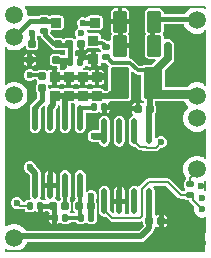
<source format=gbl>
G04*
G04 #@! TF.GenerationSoftware,Altium Limited,Altium Designer,22.11.1 (43)*
G04*
G04 Layer_Physical_Order=4*
G04 Layer_Color=9720587*
%FSLAX25Y25*%
%MOIN*%
G70*
G04*
G04 #@! TF.SameCoordinates,BE45EAF1-AF9D-435E-8917-725B5D5BE170*
G04*
G04*
G04 #@! TF.FilePolarity,Positive*
G04*
G01*
G75*
%ADD12C,0.00787*%
%ADD15C,0.01968*%
%ADD16C,0.01575*%
%ADD19C,0.01181*%
G04:AMPARAMS|DCode=27|XSize=35.83mil|YSize=33.47mil|CornerRadius=3.35mil|HoleSize=0mil|Usage=FLASHONLY|Rotation=0.000|XOffset=0mil|YOffset=0mil|HoleType=Round|Shape=RoundedRectangle|*
%AMROUNDEDRECTD27*
21,1,0.03583,0.02677,0,0,0.0*
21,1,0.02913,0.03347,0,0,0.0*
1,1,0.00669,0.01457,-0.01339*
1,1,0.00669,-0.01457,-0.01339*
1,1,0.00669,-0.01457,0.01339*
1,1,0.00669,0.01457,0.01339*
%
%ADD27ROUNDEDRECTD27*%
G04:AMPARAMS|DCode=29|XSize=70.87mil|YSize=45.28mil|CornerRadius=4.53mil|HoleSize=0mil|Usage=FLASHONLY|Rotation=90.000|XOffset=0mil|YOffset=0mil|HoleType=Round|Shape=RoundedRectangle|*
%AMROUNDEDRECTD29*
21,1,0.07087,0.03622,0,0,90.0*
21,1,0.06181,0.04528,0,0,90.0*
1,1,0.00906,0.01811,0.03091*
1,1,0.00906,0.01811,-0.03091*
1,1,0.00906,-0.01811,-0.03091*
1,1,0.00906,-0.01811,0.03091*
%
%ADD29ROUNDEDRECTD29*%
G04:AMPARAMS|DCode=32|XSize=23.62mil|YSize=23.62mil|CornerRadius=2.36mil|HoleSize=0mil|Usage=FLASHONLY|Rotation=90.000|XOffset=0mil|YOffset=0mil|HoleType=Round|Shape=RoundedRectangle|*
%AMROUNDEDRECTD32*
21,1,0.02362,0.01890,0,0,90.0*
21,1,0.01890,0.02362,0,0,90.0*
1,1,0.00472,0.00945,0.00945*
1,1,0.00472,0.00945,-0.00945*
1,1,0.00472,-0.00945,-0.00945*
1,1,0.00472,-0.00945,0.00945*
%
%ADD32ROUNDEDRECTD32*%
G04:AMPARAMS|DCode=33|XSize=19.68mil|YSize=23.62mil|CornerRadius=1.97mil|HoleSize=0mil|Usage=FLASHONLY|Rotation=0.000|XOffset=0mil|YOffset=0mil|HoleType=Round|Shape=RoundedRectangle|*
%AMROUNDEDRECTD33*
21,1,0.01968,0.01968,0,0,0.0*
21,1,0.01575,0.02362,0,0,0.0*
1,1,0.00394,0.00787,-0.00984*
1,1,0.00394,-0.00787,-0.00984*
1,1,0.00394,-0.00787,0.00984*
1,1,0.00394,0.00787,0.00984*
%
%ADD33ROUNDEDRECTD33*%
G04:AMPARAMS|DCode=34|XSize=19.68mil|YSize=23.62mil|CornerRadius=1.97mil|HoleSize=0mil|Usage=FLASHONLY|Rotation=270.000|XOffset=0mil|YOffset=0mil|HoleType=Round|Shape=RoundedRectangle|*
%AMROUNDEDRECTD34*
21,1,0.01968,0.01968,0,0,270.0*
21,1,0.01575,0.02362,0,0,270.0*
1,1,0.00394,-0.00984,-0.00787*
1,1,0.00394,-0.00984,0.00787*
1,1,0.00394,0.00984,0.00787*
1,1,0.00394,0.00984,-0.00787*
%
%ADD34ROUNDEDRECTD34*%
%ADD52O,0.00787X0.05906*%
%ADD53O,0.00787X0.03937*%
%ADD54O,0.00787X0.40158*%
%ADD55O,0.66929X0.00787*%
%ADD56O,0.00787X0.18898*%
%ADD57O,0.00787X0.10236*%
%ADD58O,0.00787X0.12992*%
%ADD59O,0.60630X0.00787*%
%ADD60O,0.00787X0.01181*%
%ADD61C,0.02362*%
%ADD62C,0.03150*%
%ADD64C,0.02756*%
%ADD65C,0.02362*%
%ADD66C,0.05906*%
G04:AMPARAMS|DCode=67|XSize=106.3mil|YSize=62.99mil|CornerRadius=6.3mil|HoleSize=0mil|Usage=FLASHONLY|Rotation=90.000|XOffset=0mil|YOffset=0mil|HoleType=Round|Shape=RoundedRectangle|*
%AMROUNDEDRECTD67*
21,1,0.10630,0.05039,0,0,90.0*
21,1,0.09370,0.06299,0,0,90.0*
1,1,0.01260,0.02520,0.04685*
1,1,0.01260,0.02520,-0.04685*
1,1,0.01260,-0.02520,-0.04685*
1,1,0.01260,-0.02520,0.04685*
%
%ADD67ROUNDEDRECTD67*%
G04:AMPARAMS|DCode=68|XSize=33.47mil|YSize=33.47mil|CornerRadius=3.35mil|HoleSize=0mil|Usage=FLASHONLY|Rotation=270.000|XOffset=0mil|YOffset=0mil|HoleType=Round|Shape=RoundedRectangle|*
%AMROUNDEDRECTD68*
21,1,0.03347,0.02677,0,0,270.0*
21,1,0.02677,0.03347,0,0,270.0*
1,1,0.00669,-0.01339,-0.01339*
1,1,0.00669,-0.01339,0.01339*
1,1,0.00669,0.01339,0.01339*
1,1,0.00669,0.01339,-0.01339*
%
%ADD68ROUNDEDRECTD68*%
G04:AMPARAMS|DCode=69|XSize=23.62mil|YSize=23.62mil|CornerRadius=2.36mil|HoleSize=0mil|Usage=FLASHONLY|Rotation=180.000|XOffset=0mil|YOffset=0mil|HoleType=Round|Shape=RoundedRectangle|*
%AMROUNDEDRECTD69*
21,1,0.02362,0.01890,0,0,180.0*
21,1,0.01890,0.02362,0,0,180.0*
1,1,0.00472,-0.00945,0.00945*
1,1,0.00472,0.00945,0.00945*
1,1,0.00472,0.00945,-0.00945*
1,1,0.00472,-0.00945,-0.00945*
%
%ADD69ROUNDEDRECTD69*%
%ADD70O,0.01968X0.08661*%
G04:AMPARAMS|DCode=71|XSize=122.05mil|YSize=94.49mil|CornerRadius=9.45mil|HoleSize=0mil|Usage=FLASHONLY|Rotation=180.000|XOffset=0mil|YOffset=0mil|HoleType=Round|Shape=RoundedRectangle|*
%AMROUNDEDRECTD71*
21,1,0.12205,0.07559,0,0,180.0*
21,1,0.10315,0.09449,0,0,180.0*
1,1,0.01890,-0.05158,0.03780*
1,1,0.01890,0.05158,0.03780*
1,1,0.01890,0.05158,-0.03780*
1,1,0.01890,-0.05158,-0.03780*
%
%ADD71ROUNDEDRECTD71*%
G04:AMPARAMS|DCode=72|XSize=118.11mil|YSize=104.33mil|CornerRadius=10.43mil|HoleSize=0mil|Usage=FLASHONLY|Rotation=0.000|XOffset=0mil|YOffset=0mil|HoleType=Round|Shape=RoundedRectangle|*
%AMROUNDEDRECTD72*
21,1,0.11811,0.08346,0,0,0.0*
21,1,0.09724,0.10433,0,0,0.0*
1,1,0.02087,0.04862,-0.04173*
1,1,0.02087,-0.04862,-0.04173*
1,1,0.02087,-0.04862,0.04173*
1,1,0.02087,0.04862,0.04173*
%
%ADD72ROUNDEDRECTD72*%
G36*
X62081Y81299D02*
X61196Y80788D01*
X60353Y79945D01*
X59903Y79165D01*
X52851D01*
Y79862D01*
X52755Y80346D01*
X52481Y80756D01*
X52070Y81030D01*
X51586Y81127D01*
X47964D01*
X47480Y81030D01*
X47070Y80756D01*
X46796Y80346D01*
X46700Y79862D01*
Y73681D01*
X46796Y73197D01*
X47052Y72756D01*
X46796Y72315D01*
X46700Y71831D01*
Y65650D01*
X46796Y65166D01*
X47070Y64755D01*
X47480Y64481D01*
X47964Y64385D01*
X50131D01*
X50357Y63840D01*
X49423Y62906D01*
X49105Y62429D01*
X46693D01*
X46140Y62319D01*
X45671Y62006D01*
X45612Y61918D01*
X44793D01*
X42726Y63986D01*
X42270Y64290D01*
X41732Y64397D01*
X41509D01*
X41218Y64988D01*
X41337Y65166D01*
X41434Y65650D01*
Y67953D01*
X38358D01*
Y69528D01*
X41434D01*
Y71831D01*
X41337Y72315D01*
X41081Y72756D01*
X41337Y73197D01*
X41434Y73681D01*
Y75984D01*
X38358D01*
X35283D01*
Y73681D01*
X35379Y73197D01*
X35635Y72756D01*
X35379Y72315D01*
X35283Y71831D01*
Y70637D01*
X34738Y70164D01*
X33860D01*
X33465Y70560D01*
X33009Y70865D01*
X32471Y70972D01*
X31930D01*
Y71779D01*
X31843Y72217D01*
X31595Y72588D01*
X31224Y72836D01*
X30786Y72923D01*
X28109D01*
X27939Y72889D01*
X27403Y73186D01*
X27311Y73306D01*
X27186Y73608D01*
X27515Y74175D01*
X27649Y74230D01*
X28020Y73982D01*
X28458Y73895D01*
X31372D01*
X31809Y73982D01*
X32181Y74230D01*
X32429Y74602D01*
X32516Y75039D01*
Y77716D01*
X32429Y78154D01*
X32181Y78526D01*
X31809Y78773D01*
X31372Y78861D01*
X28458D01*
X28020Y78773D01*
X27649Y78526D01*
X27543Y78367D01*
X27357Y78150D01*
X26786Y78090D01*
X26446Y78231D01*
X25663D01*
X24939Y77931D01*
X24386Y77378D01*
X24086Y76654D01*
Y75871D01*
X24373Y75177D01*
X24419Y75006D01*
X24322Y74517D01*
X24265Y74493D01*
X23711Y73940D01*
X23411Y73216D01*
Y72433D01*
X23711Y71709D01*
X23609Y70976D01*
X23606Y70974D01*
X23035D01*
X22696Y71201D01*
X22297Y71280D01*
X20407D01*
X20008Y71201D01*
X19669Y70974D01*
X19399D01*
X19061Y71201D01*
X18661Y71280D01*
X17377D01*
X17323Y71291D01*
X17323Y71291D01*
X16618D01*
X14985Y72924D01*
Y73389D01*
X15298Y73778D01*
X15466Y73895D01*
X18379D01*
X18817Y73982D01*
X19188Y74230D01*
X19436Y74602D01*
X19523Y75039D01*
Y77716D01*
X19436Y78154D01*
X19188Y78526D01*
X18817Y78773D01*
X18379Y78861D01*
X15466D01*
X15028Y78773D01*
X14680Y78729D01*
X14354Y78946D01*
X13970Y79023D01*
X12002D01*
X11618Y78946D01*
X11292Y78729D01*
X11233Y78640D01*
X8334D01*
X8071Y78588D01*
X7480Y79014D01*
Y79533D01*
X7172Y80685D01*
X6817Y81299D01*
X7158Y81890D01*
X61923D01*
X62081Y81299D01*
D02*
G37*
G36*
X11618Y71974D02*
X11839Y71930D01*
X11896Y71644D01*
X12244Y71123D01*
X14818Y68550D01*
X15339Y68202D01*
X15774Y68115D01*
X15807Y67947D01*
X16034Y67608D01*
X16372Y67382D01*
X16772Y67303D01*
X18661D01*
X18969Y67364D01*
X20068D01*
Y65648D01*
X18664D01*
X18612Y65725D01*
X18273Y65952D01*
X17874Y66031D01*
X15984D01*
X15585Y65952D01*
X15246Y65725D01*
X15020Y65387D01*
X14941Y64987D01*
Y63098D01*
X15020Y62698D01*
X15246Y62360D01*
X15585Y62134D01*
X15984Y62054D01*
X17017D01*
X17072Y62043D01*
X17415D01*
Y61386D01*
X17505Y61170D01*
X17323Y60897D01*
Y58196D01*
Y55714D01*
X17874D01*
X18312Y55801D01*
X18683Y56049D01*
X19099D01*
X19470Y55801D01*
X19908Y55714D01*
X20459D01*
Y58196D01*
X22034D01*
Y55714D01*
X22585D01*
X23023Y55801D01*
X23394Y56049D01*
X23790D01*
X24161Y55801D01*
X24599Y55714D01*
X25150D01*
Y58196D01*
X26725D01*
Y55714D01*
X27276D01*
X27714Y55801D01*
X28085Y56049D01*
X28481D01*
X28852Y55801D01*
X29290Y55714D01*
X29841D01*
Y58196D01*
Y60679D01*
X29290D01*
X28852Y60592D01*
X28698Y60489D01*
X28283Y60391D01*
X27868Y60489D01*
X27714Y60592D01*
X27276Y60679D01*
X25884D01*
X25879Y61268D01*
X26263Y61344D01*
X26589Y61561D01*
X26760Y61818D01*
X26938Y61901D01*
X26989Y61916D01*
X27428Y61987D01*
X27671Y61825D01*
X28109Y61737D01*
X28660D01*
Y64220D01*
Y66703D01*
X28109D01*
X27671Y66615D01*
X27300Y66368D01*
X27052Y65996D01*
X26965Y65559D01*
Y65368D01*
X26375Y65092D01*
X26263Y65167D01*
X25879Y65243D01*
Y63255D01*
X24305D01*
Y65243D01*
X23921Y65167D01*
X23870Y65133D01*
X23279Y65448D01*
Y67116D01*
X23870Y67432D01*
X23945Y67382D01*
X24344Y67303D01*
X24501D01*
Y69291D01*
X26076D01*
Y67303D01*
X26234D01*
X26633Y67382D01*
X26972Y67608D01*
X27061Y67742D01*
X27555Y67987D01*
X27814Y68017D01*
X28109Y67958D01*
X30786D01*
X31175Y68035D01*
X31256Y68027D01*
X31766Y67729D01*
Y67586D01*
X31842Y67202D01*
X32015Y66943D01*
X31934Y66717D01*
X31390Y66505D01*
X31224Y66615D01*
X30786Y66703D01*
X30235D01*
Y64220D01*
Y61737D01*
X30786D01*
X31224Y61825D01*
X31595Y62072D01*
X31843Y62444D01*
X31900Y62730D01*
X32130Y62913D01*
X32278Y63003D01*
X32521Y63089D01*
X32769Y63039D01*
X33680D01*
X34653Y62066D01*
X34648Y62006D01*
X34334Y61537D01*
X34224Y60984D01*
Y54017D01*
X33990Y53782D01*
X33004D01*
X32776Y54123D01*
X32405Y54371D01*
X31967Y54458D01*
X29290D01*
X28852Y54371D01*
X28698Y54268D01*
X28283Y54170D01*
X27868Y54268D01*
X27714Y54371D01*
X27276Y54458D01*
X24599D01*
X24161Y54371D01*
X24007Y54268D01*
X23592Y54170D01*
X23177Y54268D01*
X23023Y54371D01*
X22585Y54458D01*
X19908D01*
X19470Y54371D01*
X19302Y54259D01*
X18891Y54169D01*
X18479Y54259D01*
X18312Y54371D01*
X17874Y54458D01*
X15197D01*
X14981Y54415D01*
X14390Y54781D01*
Y55337D01*
X14483Y55454D01*
X14925Y55754D01*
X14964Y55760D01*
X15197Y55714D01*
X15748D01*
Y58196D01*
Y60679D01*
X15197D01*
X14759Y60592D01*
X14669Y60532D01*
X14084Y60344D01*
X13746Y60571D01*
X13346Y60650D01*
X11457D01*
X11057Y60571D01*
X10719Y60344D01*
X10666Y60266D01*
X9647D01*
X9383Y60530D01*
X8659Y60830D01*
X7876D01*
X7153Y60530D01*
X6599Y59976D01*
X6299Y59253D01*
Y58469D01*
X6599Y57746D01*
X7153Y57192D01*
X7876Y56893D01*
X8659D01*
X9383Y57192D01*
X9647Y57456D01*
X10465D01*
X10492Y57317D01*
X10719Y56978D01*
Y56407D01*
X10492Y56069D01*
X10413Y55669D01*
Y53780D01*
X10492Y53380D01*
X10599Y53220D01*
Y51118D01*
X9134Y49653D01*
X9072Y49560D01*
X8795Y49375D01*
X8404Y48789D01*
X8266Y48098D01*
Y41405D01*
X8404Y40714D01*
X8795Y40128D01*
X9381Y39736D01*
X10072Y39599D01*
X10764Y39736D01*
X11350Y40128D01*
X11741Y40714D01*
X11879Y41405D01*
Y47856D01*
X12799Y48777D01*
X13343Y48486D01*
X13266Y48098D01*
Y41405D01*
X13404Y40714D01*
X13795Y40128D01*
X14381Y39736D01*
X15072Y39599D01*
X15764Y39736D01*
X16350Y40128D01*
X16741Y40714D01*
X16879Y41405D01*
Y44751D01*
X16879Y44751D01*
Y47350D01*
X17117Y47588D01*
X17509Y48174D01*
X17647Y48866D01*
Y48916D01*
X17675Y48930D01*
X18266Y48556D01*
Y48098D01*
X18266Y48098D01*
Y41405D01*
X18404Y40714D01*
X18795Y40128D01*
X19381Y39736D01*
X20072Y39599D01*
X20764Y39736D01*
X21350Y40128D01*
X21741Y40714D01*
X21879Y41405D01*
Y46326D01*
X21879Y46326D01*
Y49493D01*
X22585D01*
X23023Y49580D01*
X23394Y49410D01*
X23544Y48999D01*
X23404Y48789D01*
X23266Y48098D01*
Y41405D01*
X23404Y40714D01*
X23795Y40128D01*
X24381Y39736D01*
X25072Y39599D01*
X25764Y39736D01*
X26350Y40128D01*
X26741Y40714D01*
X26879Y41405D01*
Y46445D01*
X28065D01*
X28375Y46238D01*
X28759Y46162D01*
X30334D01*
X30718Y46238D01*
X31043Y46456D01*
X31593D01*
X31918Y46238D01*
X32302Y46162D01*
Y48150D01*
X33090D01*
Y48937D01*
X34880D01*
Y49134D01*
X34804Y49518D01*
X34763Y49579D01*
X35079Y50169D01*
X35525D01*
X35597Y50183D01*
X35669Y50169D01*
X40709D01*
X41262Y50279D01*
X41730Y50592D01*
X42044Y51061D01*
X42154Y51614D01*
Y59812D01*
X42699Y60038D01*
X43218Y59520D01*
X43673Y59215D01*
X44211Y59109D01*
X45248D01*
Y51614D01*
X45358Y51061D01*
X45671Y50592D01*
X46140Y50279D01*
X46291Y50249D01*
X46332Y49679D01*
X45820Y49459D01*
X45629Y49586D01*
X45230Y49666D01*
X45072D01*
Y47677D01*
X44285D01*
Y46890D01*
X42296D01*
Y46732D01*
X42376Y46333D01*
X42602Y45994D01*
X42706Y45925D01*
X42581Y45298D01*
X42447Y45271D01*
X41861Y44880D01*
X41470Y44294D01*
X41332Y43602D01*
Y36909D01*
X41470Y36218D01*
X41861Y35632D01*
X42447Y35241D01*
X43139Y35103D01*
X43225Y35120D01*
X44256Y34089D01*
X44646Y33828D01*
X45107Y33737D01*
X45107Y33737D01*
X46624D01*
X46781Y33632D01*
X47242Y33540D01*
X47242Y33540D01*
X50268D01*
X50268Y33540D01*
X50729Y33632D01*
X51120Y33893D01*
X51759Y34532D01*
X52416D01*
X53139Y34831D01*
X53693Y35385D01*
X53993Y36109D01*
Y36892D01*
X53693Y37615D01*
X53139Y38169D01*
X52416Y38469D01*
X51633D01*
X50909Y38169D01*
X50536Y37795D01*
X49945Y38040D01*
Y40322D01*
X49945Y40322D01*
Y43472D01*
Y46054D01*
X50131Y46333D01*
X50211Y46732D01*
Y48622D01*
X50131Y49021D01*
X50028Y49175D01*
Y50169D01*
X50694D01*
X50787Y50151D01*
X59798D01*
X60353Y49189D01*
X60913Y48629D01*
X61132Y48228D01*
X60913Y47827D01*
X60353Y47268D01*
X59757Y46236D01*
X59449Y45084D01*
Y43892D01*
X59757Y42741D01*
X60353Y41708D01*
X61196Y40865D01*
X62229Y40269D01*
X63380Y39961D01*
X64572D01*
X65724Y40269D01*
X66255Y40576D01*
X66845Y40235D01*
X66828Y31822D01*
X66237Y31482D01*
X65724Y31778D01*
X64572Y32087D01*
X63380D01*
X62229Y31778D01*
X61196Y31182D01*
X60353Y30339D01*
X59757Y29307D01*
X59449Y28155D01*
Y26963D01*
X59757Y25811D01*
X60353Y24779D01*
X60361Y24771D01*
X60368Y24567D01*
X60281Y24106D01*
X60056Y23956D01*
X59838Y23630D01*
X59762Y23246D01*
Y21671D01*
X59838Y21287D01*
X60056Y20962D01*
Y20629D01*
X59688Y20229D01*
X59042Y20220D01*
X55140Y24122D01*
X54749Y24383D01*
X54288Y24475D01*
X54288Y24475D01*
X47849D01*
X47849Y24475D01*
X47388Y24383D01*
X46997Y24122D01*
X46997Y24122D01*
X44767Y21892D01*
X43996Y21735D01*
X43830Y21846D01*
X43139Y21983D01*
X42447Y21846D01*
X41861Y21454D01*
X41470Y20868D01*
X41332Y20177D01*
Y13484D01*
X41408Y13102D01*
X41002Y12511D01*
X40275D01*
X39869Y13102D01*
X39945Y13484D01*
Y16043D01*
X36332D01*
Y13484D01*
X36399Y13148D01*
X35855Y12857D01*
X34945Y13767D01*
Y20177D01*
X34808Y20868D01*
X34416Y21454D01*
X33830Y21846D01*
X33139Y21983D01*
X32447Y21846D01*
X31861Y21454D01*
X31470Y20868D01*
X31332Y20177D01*
Y13484D01*
X31470Y12793D01*
X31861Y12207D01*
X32447Y11815D01*
X33139Y11678D01*
X33547Y11759D01*
X34850Y10456D01*
X34850Y10455D01*
X35241Y10194D01*
X35702Y10103D01*
X44911D01*
X44911Y10103D01*
X45372Y10194D01*
X45544Y10310D01*
X46135Y10031D01*
Y9291D01*
X46214Y8892D01*
X46221Y8882D01*
Y8618D01*
X44527Y6925D01*
X6910D01*
X6576Y7504D01*
X5733Y8347D01*
X4700Y8943D01*
X3549Y9252D01*
X2357D01*
X1205Y8943D01*
X591Y8589D01*
X0Y8929D01*
Y47960D01*
X591Y48301D01*
X1205Y47946D01*
X2357Y47638D01*
X3549D01*
X4700Y47946D01*
X5733Y48542D01*
X6576Y49385D01*
X7172Y50418D01*
X7480Y51569D01*
Y52761D01*
X7172Y53913D01*
X6576Y54945D01*
X5733Y55788D01*
X4700Y56384D01*
X3549Y56693D01*
X2357D01*
X1205Y56384D01*
X591Y56029D01*
X0Y56371D01*
Y67448D01*
X591Y67789D01*
X1205Y67435D01*
X2357Y67126D01*
X3549D01*
X4700Y67435D01*
X5733Y68031D01*
X6476Y68774D01*
X7067Y68633D01*
Y68347D01*
X7146Y67947D01*
X7372Y67608D01*
X7711Y67382D01*
X8110Y67303D01*
X10000D01*
X10399Y67382D01*
X10738Y67608D01*
X10964Y67947D01*
X11044Y68347D01*
Y70236D01*
X10964Y70636D01*
X10738Y70974D01*
X10661Y71026D01*
Y71842D01*
X10702Y71883D01*
X10735Y71962D01*
X10902Y72031D01*
X11430Y72099D01*
X11618Y71974D01*
D02*
G37*
G36*
X59757Y75418D02*
X60353Y74385D01*
X61196Y73542D01*
X62229Y72946D01*
X63380Y72638D01*
X64572D01*
X65724Y72946D01*
X66321Y73291D01*
X66911Y72950D01*
X66877Y56203D01*
X66286Y55863D01*
X65724Y56187D01*
X64572Y56496D01*
X63380D01*
X62229Y56187D01*
X61196Y55591D01*
X60572Y54967D01*
X53177D01*
Y59655D01*
X53192Y59729D01*
Y60430D01*
X55766Y63004D01*
X56244Y63720D01*
X56412Y64565D01*
Y68777D01*
X56244Y69622D01*
X55766Y70338D01*
X55049Y70816D01*
X54205Y70985D01*
X53442Y70833D01*
X53061Y70976D01*
X52851Y71088D01*
Y71831D01*
X52755Y72315D01*
X52499Y72756D01*
X52755Y73197D01*
X52851Y73681D01*
Y75953D01*
X59614D01*
X59757Y75418D01*
D02*
G37*
G36*
X57792Y18064D02*
X57792Y18064D01*
X58183Y17803D01*
X58644Y17711D01*
X58644Y17711D01*
X59860D01*
X60056Y17418D01*
X60381Y17201D01*
X60765Y17124D01*
X61384D01*
X61424Y16923D01*
X61686Y16533D01*
X63138Y15080D01*
X62992Y14536D01*
Y13810D01*
X63180Y13110D01*
X63543Y12481D01*
X64056Y11968D01*
X64684Y11605D01*
X65385Y11417D01*
X66111D01*
X66319Y11473D01*
X66787Y11113D01*
X66764Y-0D01*
X5006Y0D01*
X4848Y591D01*
X5733Y1101D01*
X6576Y1944D01*
X7172Y2977D01*
X7261Y3312D01*
X45276D01*
X45967Y3449D01*
X46553Y3841D01*
X49305Y6593D01*
X49696Y7179D01*
X49834Y7870D01*
Y8304D01*
X50192Y8468D01*
X50424Y8522D01*
X50716Y8327D01*
X51116Y8248D01*
X51273D01*
Y10236D01*
Y12225D01*
X51116D01*
X50716Y12145D01*
X50520Y12015D01*
X50034Y12193D01*
X49930Y12276D01*
Y13409D01*
X49945Y13484D01*
Y13550D01*
X49945Y13550D01*
Y17181D01*
X49945Y17181D01*
Y20177D01*
X49808Y20868D01*
X49416Y21454D01*
X49384Y21476D01*
X49563Y22067D01*
X53789D01*
X57792Y18064D01*
D02*
G37*
%LPC*%
G36*
X40169Y81127D02*
X39145D01*
Y77559D01*
X41434D01*
Y79862D01*
X41337Y80346D01*
X41063Y80756D01*
X40653Y81030D01*
X40169Y81127D01*
D02*
G37*
G36*
X37571D02*
X36547D01*
X36063Y81030D01*
X35653Y80756D01*
X35379Y80346D01*
X35283Y79862D01*
Y77559D01*
X37571D01*
Y81127D01*
D02*
G37*
G36*
X9213Y66031D02*
X9055D01*
Y64830D01*
X10256D01*
Y64987D01*
X10177Y65387D01*
X9950Y65725D01*
X9612Y65952D01*
X9213Y66031D01*
D02*
G37*
G36*
X7480D02*
X7323D01*
X6923Y65952D01*
X6585Y65725D01*
X6359Y65387D01*
X6279Y64987D01*
Y64830D01*
X7480D01*
Y66031D01*
D02*
G37*
G36*
X10256Y63255D02*
X9055D01*
Y62054D01*
X9213D01*
X9612Y62134D01*
X9950Y62360D01*
X10177Y62698D01*
X10256Y63098D01*
Y63255D01*
D02*
G37*
G36*
X7480D02*
X6279D01*
Y63098D01*
X6359Y62698D01*
X6585Y62360D01*
X6923Y62134D01*
X7323Y62054D01*
X7480D01*
Y63255D01*
D02*
G37*
G36*
X31967Y60679D02*
X31416D01*
Y58984D01*
X33111D01*
Y59535D01*
X33024Y59973D01*
X32776Y60344D01*
X32405Y60592D01*
X31967Y60679D01*
D02*
G37*
G36*
X33111Y57409D02*
X31416D01*
Y55714D01*
X31967D01*
X32405Y55801D01*
X32776Y56049D01*
X33024Y56420D01*
X33111Y56858D01*
Y57409D01*
D02*
G37*
G36*
X43498Y49666D02*
X43340D01*
X42941Y49586D01*
X42602Y49360D01*
X42376Y49021D01*
X42296Y48622D01*
Y48465D01*
X43498D01*
Y49666D01*
D02*
G37*
G36*
X34880Y47362D02*
X33877D01*
Y46162D01*
X34261Y46238D01*
X34587Y46456D01*
X34804Y46781D01*
X34880Y47165D01*
Y47362D01*
D02*
G37*
G36*
X38139Y45409D02*
X37447Y45271D01*
X36861Y44880D01*
X36470Y44294D01*
X36332Y43602D01*
Y36909D01*
X36470Y36218D01*
X36861Y35632D01*
X37447Y35241D01*
X38139Y35103D01*
X38830Y35241D01*
X39416Y35632D01*
X39808Y36218D01*
X39945Y36909D01*
Y43602D01*
X39808Y44294D01*
X39416Y44880D01*
X38830Y45271D01*
X38139Y45409D01*
D02*
G37*
G36*
X33139D02*
X32447Y45271D01*
X31861Y44880D01*
X31470Y44294D01*
X31332Y43602D01*
Y40567D01*
X29527D01*
X29333Y40528D01*
X29135D01*
X28953Y40452D01*
X28759Y40414D01*
X28594Y40304D01*
X28412Y40228D01*
X28272Y40089D01*
X28107Y39979D01*
X27998Y39814D01*
X27858Y39675D01*
X27782Y39492D01*
X27672Y39328D01*
X27634Y39134D01*
X27558Y38951D01*
Y38754D01*
X27520Y38560D01*
X27558Y38366D01*
Y38168D01*
X27634Y37985D01*
X27672Y37791D01*
X27782Y37627D01*
X27858Y37444D01*
X27998Y37305D01*
X28107Y37140D01*
X28272Y37031D01*
X28412Y36891D01*
X28594Y36815D01*
X28759Y36705D01*
X28953Y36667D01*
X29135Y36591D01*
X29333D01*
X29527Y36553D01*
X31403D01*
X31470Y36218D01*
X31861Y35632D01*
X32447Y35241D01*
X33139Y35103D01*
X33830Y35241D01*
X34416Y35632D01*
X34808Y36218D01*
X34945Y36909D01*
Y43602D01*
X34808Y44294D01*
X34416Y44880D01*
X33830Y45271D01*
X33139Y45409D01*
D02*
G37*
G36*
X15860Y27065D02*
Y22901D01*
X16879D01*
Y25460D01*
X16741Y26151D01*
X16350Y26737D01*
X15860Y27065D01*
D02*
G37*
G36*
X14285D02*
X13795Y26737D01*
X13404Y26151D01*
X13266Y25460D01*
Y22901D01*
X14285D01*
Y27065D01*
D02*
G37*
G36*
X38926Y21782D02*
Y17618D01*
X39945D01*
Y20177D01*
X39808Y20868D01*
X39416Y21454D01*
X38926Y21782D01*
D02*
G37*
G36*
X37351D02*
X36861Y21454D01*
X36470Y20868D01*
X36332Y20177D01*
Y17618D01*
X37351D01*
Y21782D01*
D02*
G37*
G36*
X8659Y30120D02*
X7876D01*
X7153Y29820D01*
X6599Y29266D01*
X6299Y28543D01*
Y27760D01*
X6599Y27036D01*
X7153Y26482D01*
X7362Y26395D01*
X8266Y25492D01*
Y25460D01*
X8266Y25460D01*
Y18767D01*
X8404Y18076D01*
X8499Y17933D01*
X8184Y17342D01*
X7480D01*
X7096Y17266D01*
X6771Y17048D01*
X6553Y16723D01*
X6521Y16559D01*
X5906D01*
Y16723D01*
X5606Y17447D01*
X5052Y18000D01*
X4329Y18300D01*
X3545D01*
X2822Y18000D01*
X2268Y17447D01*
X1969Y16723D01*
Y15940D01*
X2268Y15217D01*
X2822Y14663D01*
X3545Y14363D01*
X4272D01*
X4453Y14242D01*
X4914Y14150D01*
X6521D01*
X6553Y13986D01*
X6771Y13660D01*
X7096Y13443D01*
X7480Y13367D01*
X9055D01*
X9439Y13443D01*
X9765Y13660D01*
X10314D01*
X10639Y13443D01*
X11023Y13367D01*
Y15354D01*
X12598D01*
Y13367D01*
X12982Y13443D01*
X13308Y13660D01*
X13517Y13973D01*
X13614Y13990D01*
X13997Y14005D01*
X14128Y13986D01*
X14338Y13671D01*
X14676Y13445D01*
X14905Y12798D01*
X14897Y12786D01*
X14820Y12402D01*
Y12205D01*
X16611D01*
Y11417D01*
X17399D01*
Y9430D01*
X17783Y9506D01*
X18108Y9724D01*
X18657D01*
X18983Y9506D01*
X19367Y9430D01*
X20942D01*
X21326Y9506D01*
X21652Y9724D01*
X21845Y10012D01*
X23540D01*
X23733Y9724D01*
X24058Y9506D01*
X24442Y9430D01*
X26017D01*
X26401Y9506D01*
X26727Y9724D01*
X27276D01*
X27602Y9506D01*
X27986Y9430D01*
X29561D01*
X29945Y9506D01*
X30270Y9724D01*
X30488Y10049D01*
X30564Y10433D01*
Y11340D01*
X30580Y11417D01*
Y15157D01*
X30565Y15231D01*
Y16299D01*
X30485Y16699D01*
X30471Y16720D01*
Y17539D01*
X30709Y18112D01*
Y18895D01*
X30409Y19619D01*
X29855Y20173D01*
X29132Y20472D01*
X28349D01*
X27625Y20173D01*
X27469Y20017D01*
X26879Y20262D01*
Y25460D01*
X26741Y26151D01*
X26350Y26737D01*
X25764Y27129D01*
X25072Y27266D01*
X24381Y27129D01*
X23795Y26737D01*
X23404Y26151D01*
X23266Y25460D01*
Y18767D01*
X23404Y18076D01*
X23515Y17909D01*
X23306Y17266D01*
X23295Y17264D01*
X22956Y17037D01*
X22730Y16699D01*
X22651Y16299D01*
Y14410D01*
X22730Y14010D01*
X22956Y13671D01*
X23295Y13445D01*
X23113Y12911D01*
X23063Y12822D01*
X22096D01*
X21670Y13340D01*
X21713Y13780D01*
X21867Y14010D01*
X21946Y14410D01*
Y16299D01*
X21867Y16699D01*
X21641Y17037D01*
X21520Y17118D01*
Y17745D01*
X21741Y18076D01*
X21879Y18767D01*
Y25460D01*
X21741Y26151D01*
X21350Y26737D01*
X20764Y27129D01*
X20072Y27266D01*
X19381Y27129D01*
X18795Y26737D01*
X18404Y26151D01*
X18266Y25460D01*
Y18767D01*
X18404Y18076D01*
X18552Y17853D01*
X18589Y17498D01*
X18115Y17037D01*
X17704D01*
X17365Y17264D01*
X16965Y17343D01*
X16962D01*
X16646Y17933D01*
X16741Y18076D01*
X16879Y18767D01*
Y21326D01*
X15072D01*
X13266D01*
Y18767D01*
X13404Y18076D01*
X13795Y17490D01*
X13893Y17424D01*
X13815Y17196D01*
X13705Y17164D01*
X13196Y17123D01*
X12982Y17266D01*
X12598Y17342D01*
X11961D01*
X11646Y17933D01*
X11741Y18076D01*
X11879Y18767D01*
Y22113D01*
X11879Y22114D01*
Y26240D01*
X11741Y26931D01*
X11350Y27517D01*
X10174Y28693D01*
X9937Y29266D01*
X9383Y29820D01*
X8659Y30120D01*
D02*
G37*
G36*
X15824Y10630D02*
X14820D01*
Y10433D01*
X14897Y10049D01*
X15114Y9724D01*
X15440Y9506D01*
X15824Y9430D01*
D01*
Y10630D01*
D02*
G37*
G36*
X53005Y12225D02*
X52848D01*
Y11024D01*
X54049D01*
Y11181D01*
X53970Y11581D01*
X53743Y11919D01*
X53405Y12145D01*
X53005Y12225D01*
D02*
G37*
G36*
X54049Y9449D02*
X52848D01*
Y8248D01*
X53005D01*
X53405Y8327D01*
X53743Y8553D01*
X53970Y8892D01*
X54049Y9291D01*
Y9449D01*
D02*
G37*
%LPD*%
D12*
X50268Y34744D02*
X52024Y36500D01*
X47242Y34744D02*
X50268D01*
X47045Y34941D02*
X47242Y34744D01*
X45107Y34941D02*
X47045D01*
X43139Y36909D02*
X45107Y34941D01*
X43139Y36909D02*
Y40256D01*
X47849Y23271D02*
X54288D01*
X45619Y12014D02*
Y21040D01*
X47849Y23271D01*
X62537Y17384D02*
X65748Y14173D01*
Y14173D02*
Y14173D01*
X62537Y17384D02*
Y18325D01*
X61946Y18915D02*
X62537Y18325D01*
X58644Y18915D02*
X61946D01*
X61750Y22459D02*
Y24624D01*
X63976Y26851D01*
Y27559D01*
X54288Y23271D02*
X58644Y18915D01*
X63699Y27282D02*
X63976Y27559D01*
X44911Y11307D02*
X45619Y12014D01*
X33139Y13870D02*
X35702Y11307D01*
X44911D01*
X33139Y13870D02*
Y16897D01*
X4914Y15354D02*
X8268D01*
X3937Y16332D02*
X4914Y15354D01*
X34214Y64567D02*
X34541Y64240D01*
X34139Y64567D02*
X34214D01*
X34541Y64165D02*
Y64240D01*
D15*
X48027Y10140D02*
X48124Y10236D01*
Y13535D02*
X48139Y13550D01*
Y16897D01*
Y17181D01*
X48124Y10236D02*
Y13535D01*
X28665Y16033D02*
Y18429D01*
X28740Y18504D01*
X48027Y7870D02*
Y10140D01*
X45276Y5118D02*
X48027Y7870D01*
X2953Y5118D02*
X45276D01*
X48222Y47677D02*
Y54131D01*
X15072Y48098D02*
X15840Y48866D01*
Y52369D01*
X15072Y44751D02*
Y48098D01*
X48139Y43472D02*
Y47594D01*
X48222Y54131D02*
Y55309D01*
X48139Y40322D02*
Y43472D01*
X48222Y55309D02*
X49213Y56299D01*
X28576Y15354D02*
X28773Y15157D01*
Y11417D02*
Y15157D01*
X10072Y22114D02*
Y26240D01*
X8268Y28045D02*
X10072Y26240D01*
X24994Y51976D02*
X35525D01*
X20820D02*
X25781D01*
X20466Y51621D02*
X20820Y51976D01*
X20072Y46326D02*
Y52015D01*
X15840Y51976D02*
X20820D01*
X8268Y28045D02*
Y28151D01*
X35131Y52369D02*
X35722Y52960D01*
D16*
X9055Y69291D02*
Y72976D01*
X9033Y72998D02*
X9055Y72976D01*
X13183Y73688D02*
X13379Y73491D01*
Y72259D02*
X15953Y69685D01*
X13379Y72259D02*
Y73491D01*
X12986Y73688D02*
X13183D01*
X15953Y69685D02*
X17323D01*
X17717Y69291D01*
X17072Y63649D02*
X19384D01*
X21504Y64043D02*
X21674Y63873D01*
X16929Y64043D02*
X21504D01*
X19384Y61778D02*
X19535Y61928D01*
Y63176D02*
X20007Y63649D01*
X19535Y61928D02*
Y63176D01*
X20007Y63649D02*
X21352D01*
X25938Y58196D02*
X30629D01*
X15840D02*
X21246D01*
X25938D01*
X15650Y58387D02*
X15731Y58306D01*
X21674Y63873D02*
Y68970D01*
X25190Y64436D02*
Y69193D01*
Y64436D02*
X25762Y65007D01*
X29448D01*
X51252Y77559D02*
X63976D01*
X49645Y75952D02*
X51252Y77559D01*
X48988Y76247D02*
X49645Y75590D01*
X18182Y68970D02*
X20886D01*
X29480Y76304D02*
X29521Y76346D01*
X26096Y76304D02*
X29480D01*
X26054Y76262D02*
X26096Y76304D01*
X8334Y77035D02*
X12986D01*
X2953Y71653D02*
X8334Y77035D01*
X12986D02*
X15919D01*
X16529Y76346D02*
Y76424D01*
X11811Y15354D02*
X16021D01*
X10269Y48518D02*
X12205Y50453D01*
Y54751D01*
X10072Y48204D02*
X10269Y48401D01*
Y48518D01*
X12148Y54808D02*
X12205Y54751D01*
X10072Y45145D02*
Y48204D01*
X12100Y54808D02*
X12148D01*
X16564Y11464D02*
X16611Y11417D01*
X15919Y77035D02*
X16529Y76424D01*
X16414Y11696D02*
Y14961D01*
Y11696D02*
X16566Y11544D01*
X16021Y15354D02*
X16414Y14961D01*
X48988Y69633D02*
Y76247D01*
X49645Y75590D02*
Y75952D01*
X38358Y68740D02*
Y76772D01*
X48988Y69633D02*
X49775Y68846D01*
D19*
X32471Y69567D02*
X33163Y68875D01*
X30321Y69567D02*
X32471D01*
X33163Y68767D02*
Y68875D01*
X29448Y70441D02*
X30321Y69567D01*
X33163Y68767D02*
X33557Y68374D01*
X33753D01*
X24639Y15354D02*
X25072Y15787D01*
Y22114D01*
X20115Y16299D02*
Y22693D01*
X8268Y58861D02*
X11879D01*
X12100Y59082D01*
X27095Y47850D02*
X27371D01*
X25072D02*
X27095D01*
X25072D02*
Y48190D01*
Y48278D01*
X24733Y47850D02*
X25072Y48190D01*
X24733Y47850D02*
X25072D01*
X27371D02*
X29290D01*
X46657Y60514D02*
X49213Y57957D01*
X41732Y62992D02*
X44211Y60514D01*
X46657D01*
X35714Y62992D02*
X41732D01*
X34541Y64165D02*
X35714Y62992D01*
X25000Y11918D02*
Y15354D01*
X20155Y11417D02*
X25230D01*
D27*
X29915Y76378D02*
D03*
X16923D02*
D03*
D29*
X49775Y76772D02*
D03*
X38358D02*
D03*
X49775Y68740D02*
D03*
X38358D02*
D03*
D32*
X12402Y54724D02*
D03*
Y58661D02*
D03*
X9055Y69291D02*
D03*
X17717D02*
D03*
X8268Y64043D02*
D03*
X16929D02*
D03*
D33*
X20155Y11417D02*
D03*
X16611D02*
D03*
X29546Y48150D02*
D03*
X33090D02*
D03*
X21549Y63255D02*
D03*
X25092D02*
D03*
X28773Y11417D02*
D03*
X25230D02*
D03*
X8268Y15354D02*
D03*
X11811D02*
D03*
D34*
X33753Y64830D02*
D03*
Y68374D02*
D03*
X12986Y77232D02*
D03*
Y73688D02*
D03*
X61750Y18915D02*
D03*
Y22459D02*
D03*
D52*
X66535Y9055D02*
D03*
D53*
Y22047D02*
D03*
D54*
X394Y28543D02*
D03*
D55*
X33465Y394D02*
D03*
D56*
X66535Y64764D02*
D03*
D57*
Y35827D02*
D03*
D58*
X394Y62008D02*
D03*
D59*
X36614Y81496D02*
D03*
D60*
X394Y591D02*
D03*
X66535Y81299D02*
D03*
D61*
X29527Y38560D02*
X32423D01*
X32446Y38583D01*
D62*
X50787Y52559D02*
X62640D01*
X63231Y51968D02*
X63976D01*
X62640Y52559D02*
X63231Y51968D01*
X48222Y54131D02*
X49215D01*
X47772D02*
X48222D01*
X49215D02*
X50787Y52559D01*
X49213Y54134D02*
X49215Y54131D01*
D64*
X50984Y61345D02*
X54205Y64565D01*
X50984Y59729D02*
Y61345D01*
X54205Y64565D02*
Y68777D01*
X49213Y54134D02*
Y56299D01*
Y57957D02*
X50984Y59729D01*
X49213Y56299D02*
Y57957D01*
D65*
X65748Y18110D02*
D03*
Y14173D02*
D03*
X65345Y22029D02*
D03*
X52024Y36500D02*
D03*
X51575Y18110D02*
D03*
X58368Y32605D02*
D03*
X58376Y23754D02*
D03*
X29527Y38560D02*
D03*
X35415Y48539D02*
D03*
X32666Y32967D02*
D03*
X5512Y36417D02*
D03*
X9449Y33465D02*
D03*
X29851Y61535D02*
D03*
X51091Y13780D02*
D03*
X38406Y8262D02*
D03*
X58933Y15109D02*
D03*
X8206Y8193D02*
D03*
X10925Y1828D02*
D03*
X20669D02*
D03*
X55726Y2749D02*
D03*
X59699Y7054D02*
D03*
X51419Y48964D02*
D03*
X56693Y37402D02*
D03*
X62598Y35433D02*
D03*
Y70866D02*
D03*
X58661Y64961D02*
D03*
X62598Y59055D02*
D03*
X54724Y72835D02*
D03*
X13118Y66649D02*
D03*
X4723Y64322D02*
D03*
X3543Y59055D02*
D03*
Y43307D02*
D03*
Y31496D02*
D03*
X5512Y25591D02*
D03*
X3543Y19685D02*
D03*
X9033Y72998D02*
D03*
X19384Y61778D02*
D03*
X26054Y76262D02*
D03*
X25380Y72825D02*
D03*
X10354Y12044D02*
D03*
X54205Y68777D02*
D03*
X38406Y1969D02*
D03*
X44882Y68110D02*
D03*
X3937Y16332D02*
D03*
X28740Y18504D02*
D03*
X33071Y58653D02*
D03*
X8268Y58861D02*
D03*
Y28151D02*
D03*
X43602Y57905D02*
D03*
X54724Y59055D02*
D03*
X55834Y10222D02*
D03*
X34343Y80425D02*
D03*
X22895Y8250D02*
D03*
X25197Y33465D02*
D03*
X22441Y75590D02*
D03*
X33922Y76362D02*
D03*
X29222Y1828D02*
D03*
X51844Y6538D02*
D03*
D66*
X2953Y71653D02*
D03*
Y4724D02*
D03*
Y52165D02*
D03*
X63976Y51968D02*
D03*
Y77165D02*
D03*
Y27559D02*
D03*
Y44488D02*
D03*
Y2953D02*
D03*
X2953Y78937D02*
D03*
D67*
X49213Y56299D02*
D03*
X38189D02*
D03*
D68*
X16535Y51976D02*
D03*
Y58196D02*
D03*
X30629Y51976D02*
D03*
Y58196D02*
D03*
X25938Y51976D02*
D03*
Y58196D02*
D03*
X21246Y51976D02*
D03*
Y58196D02*
D03*
X29448Y64220D02*
D03*
Y70441D02*
D03*
D69*
X19958Y15354D02*
D03*
X16021D02*
D03*
X24639D02*
D03*
X28576D02*
D03*
X21352Y69291D02*
D03*
X25289D02*
D03*
X44285Y47677D02*
D03*
X48222D02*
D03*
X52061Y10236D02*
D03*
X48123D02*
D03*
D70*
X25072Y22114D02*
D03*
X20072D02*
D03*
X15072D02*
D03*
X10072D02*
D03*
X25072Y44751D02*
D03*
X20072D02*
D03*
X15072D02*
D03*
X10072D02*
D03*
X48139Y16831D02*
D03*
X43139D02*
D03*
X38139D02*
D03*
X33139D02*
D03*
X48139Y40256D02*
D03*
X43139D02*
D03*
X38139D02*
D03*
X33139D02*
D03*
D71*
X17572Y33432D02*
D03*
D72*
X40639Y28543D02*
D03*
M02*

</source>
